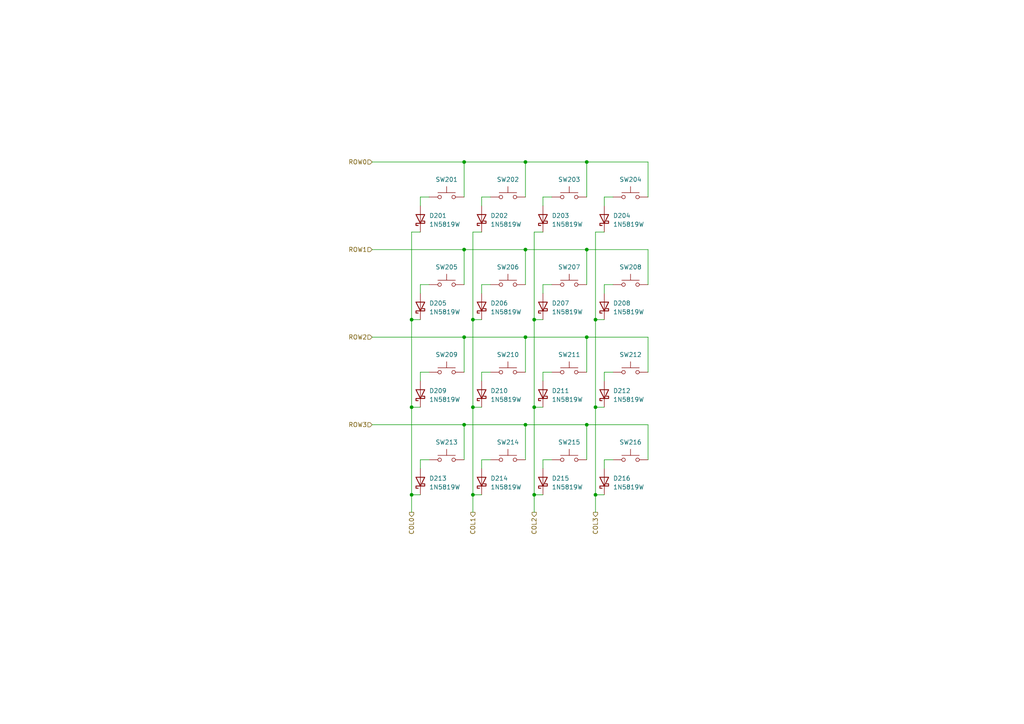
<source format=kicad_sch>
(kicad_sch (version 20231120) (generator "eeschema") (generator_version "8.0")
  (paper "A4")
  (title_block (title "DMX Controller") (rev "A") (company "Hinkle Inc."))
  (lib_symbols
    (symbol "Device:D_Schottky" (pin_numbers hide) (pin_names (offset 1.016) hide)
      (property "Reference" "D" (at 0 2.54 0))
      (property "Value" "D_Schottky" (at 0 -2.54 0))
      (symbol "D_Schottky_0_1"
        (polyline (pts (xy 1.27 0) (xy -1.27 0)))
        (polyline (pts (xy 1.27 1.27) (xy 1.27 -1.27) (xy -1.27 0) (xy 1.27 1.27)) (stroke (width 0.254)))
        (polyline (pts (xy -1.905 0.635) (xy -1.905 1.27) (xy -1.27 1.27) (xy -1.27 -1.27) (xy -0.635 -1.27) (xy -0.635 -0.635)) (stroke (width 0.254)))
      )
      (symbol "D_Schottky_1_1"
        (pin passive line (at -3.81 0 0) (length 2.54) (name "K") (number "1"))
        (pin passive line (at 3.81 0 180) (length 2.54) (name "A") (number "2"))
      )
    )
    (symbol "Switch:SW_Push" (pin_numbers hide) (pin_names (offset 1.016) hide)
      (property "Reference" "SW" (at 1.27 2.54 0))
      (property "Value" "SW_Push" (at 0 -1.524 0))
      (symbol "SW_Push_0_1"
        (circle (center -2.032 0) (radius 0.508))
        (polyline (pts (xy 0 1.27) (xy 0 3.048)))
        (polyline (pts (xy 2.54 1.27) (xy -2.54 1.27)))
        (circle (center 2.032 0) (radius 0.508))
        (pin passive line (at -5.08 0 0) (length 2.54) (name "1") (number "1"))
        (pin passive line (at 5.08 0 180) (length 2.54) (name "2") (number "2"))
      )
    )
  )
  (junction (at 134.62 72.39))
  (junction (at 137.16 143.51))
  (junction (at 134.62 123.19))
  (junction (at 172.72 118.11))
  (junction (at 134.62 97.79))
  (junction (at 152.4 97.79))
  (junction (at 172.72 143.51))
  (junction (at 170.18 72.39))
  (junction (at 154.94 118.11))
  (junction (at 137.16 92.71))
  (junction (at 152.4 123.19))
  (junction (at 154.94 92.71))
  (junction (at 170.18 97.79))
  (junction (at 172.72 92.71))
  (junction (at 152.4 72.39))
  (junction (at 154.94 143.51))
  (junction (at 119.38 92.71))
  (junction (at 170.18 123.19))
  (junction (at 170.18 46.99))
  (junction (at 152.4 46.99))
  (junction (at 119.38 118.11))
  (junction (at 119.38 143.51))
  (junction (at 137.16 118.11))
  (junction (at 134.62 46.99))
  (wire (pts (xy 119.38 67.31) (xy 119.38 92.71)))
  (wire (pts (xy 175.26 57.15) (xy 175.26 59.69)))
  (wire (pts (xy 139.7 82.55) (xy 139.7 85.09)))
  (wire (pts (xy 152.4 46.99) (xy 152.4 57.15)))
  (wire (pts (xy 170.18 107.95) (xy 170.18 97.79)))
  (wire (pts (xy 172.72 143.51) (xy 175.26 143.51)))
  (wire (pts (xy 170.18 133.35) (xy 170.18 123.19)))
  (wire (pts (xy 177.8 57.15) (xy 175.26 57.15)))
  (wire (pts (xy 177.8 133.35) (xy 175.26 133.35)))
  (wire (pts (xy 124.46 107.95) (xy 121.92 107.95)))
  (wire (pts (xy 121.92 107.95) (xy 121.92 110.49)))
  (wire (pts (xy 119.38 143.51) (xy 119.38 118.11)))
  (wire (pts (xy 137.16 148.59) (xy 137.16 143.51)))
  (wire (pts (xy 119.38 118.11) (xy 121.92 118.11)))
  (wire (pts (xy 175.26 67.31) (xy 172.72 67.31)))
  (wire (pts (xy 107.95 46.99) (xy 134.62 46.99)))
  (wire (pts (xy 119.38 92.71) (xy 119.38 118.11)))
  (wire (pts (xy 160.02 133.35) (xy 157.48 133.35)))
  (wire (pts (xy 170.18 97.79) (xy 187.96 97.79)))
  (wire (pts (xy 139.7 133.35) (xy 139.7 135.89)))
  (wire (pts (xy 152.4 72.39) (xy 152.4 82.55)))
  (wire (pts (xy 187.96 57.15) (xy 187.96 46.99)))
  (wire (pts (xy 121.92 133.35) (xy 121.92 135.89)))
  (wire (pts (xy 160.02 57.15) (xy 157.48 57.15)))
  (wire (pts (xy 157.48 107.95) (xy 157.48 110.49)))
  (wire (pts (xy 154.94 118.11) (xy 157.48 118.11)))
  (wire (pts (xy 134.62 123.19) (xy 152.4 123.19)))
  (wire (pts (xy 139.7 107.95) (xy 139.7 110.49)))
  (wire (pts (xy 121.92 92.71) (xy 119.38 92.71)))
  (wire (pts (xy 142.24 57.15) (xy 139.7 57.15)))
  (wire (pts (xy 107.95 123.19) (xy 134.62 123.19)))
  (wire (pts (xy 134.62 72.39) (xy 134.62 82.55)))
  (wire (pts (xy 175.26 107.95) (xy 175.26 110.49)))
  (wire (pts (xy 152.4 123.19) (xy 152.4 133.35)))
  (wire (pts (xy 170.18 123.19) (xy 152.4 123.19)))
  (wire (pts (xy 175.26 133.35) (xy 175.26 135.89)))
  (wire (pts (xy 154.94 67.31) (xy 154.94 92.71)))
  (wire (pts (xy 187.96 82.55) (xy 187.96 72.39)))
  (wire (pts (xy 187.96 133.35) (xy 187.96 123.19)))
  (wire (pts (xy 170.18 57.15) (xy 170.18 46.99)))
  (wire (pts (xy 172.72 148.59) (xy 172.72 143.51)))
  (wire (pts (xy 177.8 107.95) (xy 175.26 107.95)))
  (wire (pts (xy 175.26 82.55) (xy 175.26 85.09)))
  (wire (pts (xy 170.18 72.39) (xy 152.4 72.39)))
  (wire (pts (xy 154.94 143.51) (xy 157.48 143.51)))
  (wire (pts (xy 187.96 107.95) (xy 187.96 97.79)))
  (wire (pts (xy 170.18 123.19) (xy 187.96 123.19)))
  (wire (pts (xy 139.7 57.15) (xy 139.7 59.69)))
  (wire (pts (xy 172.72 67.31) (xy 172.72 92.71)))
  (wire (pts (xy 134.62 72.39) (xy 152.4 72.39)))
  (wire (pts (xy 157.48 67.31) (xy 154.94 67.31)))
  (wire (pts (xy 134.62 46.99) (xy 134.62 57.15)))
  (wire (pts (xy 154.94 92.71) (xy 154.94 118.11)))
  (wire (pts (xy 121.92 57.15) (xy 121.92 59.69)))
  (wire (pts (xy 119.38 143.51) (xy 121.92 143.51)))
  (wire (pts (xy 137.16 67.31) (xy 137.16 92.71)))
  (wire (pts (xy 107.95 72.39) (xy 134.62 72.39)))
  (wire (pts (xy 154.94 148.59) (xy 154.94 143.51)))
  (wire (pts (xy 157.48 82.55) (xy 157.48 85.09)))
  (wire (pts (xy 124.46 133.35) (xy 121.92 133.35)))
  (wire (pts (xy 157.48 133.35) (xy 157.48 135.89)))
  (wire (pts (xy 157.48 92.71) (xy 154.94 92.71)))
  (wire (pts (xy 121.92 67.31) (xy 119.38 67.31)))
  (wire (pts (xy 134.62 123.19) (xy 134.62 133.35)))
  (wire (pts (xy 170.18 72.39) (xy 187.96 72.39)))
  (wire (pts (xy 142.24 82.55) (xy 139.7 82.55)))
  (wire (pts (xy 172.72 92.71) (xy 172.72 118.11)))
  (wire (pts (xy 160.02 107.95) (xy 157.48 107.95)))
  (wire (pts (xy 154.94 143.51) (xy 154.94 118.11)))
  (wire (pts (xy 119.38 148.59) (xy 119.38 143.51)))
  (wire (pts (xy 170.18 97.79) (xy 152.4 97.79)))
  (wire (pts (xy 172.72 143.51) (xy 172.72 118.11)))
  (wire (pts (xy 124.46 82.55) (xy 121.92 82.55)))
  (wire (pts (xy 142.24 133.35) (xy 139.7 133.35)))
  (wire (pts (xy 175.26 92.71) (xy 172.72 92.71)))
  (wire (pts (xy 139.7 67.31) (xy 137.16 67.31)))
  (wire (pts (xy 137.16 143.51) (xy 137.16 118.11)))
  (wire (pts (xy 152.4 97.79) (xy 152.4 107.95)))
  (wire (pts (xy 137.16 92.71) (xy 137.16 118.11)))
  (wire (pts (xy 137.16 118.11) (xy 139.7 118.11)))
  (wire (pts (xy 121.92 82.55) (xy 121.92 85.09)))
  (wire (pts (xy 170.18 46.99) (xy 187.96 46.99)))
  (wire (pts (xy 124.46 57.15) (xy 121.92 57.15)))
  (wire (pts (xy 134.62 97.79) (xy 152.4 97.79)))
  (wire (pts (xy 170.18 46.99) (xy 152.4 46.99)))
  (wire (pts (xy 172.72 118.11) (xy 175.26 118.11)))
  (wire (pts (xy 142.24 107.95) (xy 139.7 107.95)))
  (wire (pts (xy 139.7 92.71) (xy 137.16 92.71)))
  (wire (pts (xy 107.95 97.79) (xy 134.62 97.79)))
  (wire (pts (xy 170.18 82.55) (xy 170.18 72.39)))
  (wire (pts (xy 160.02 82.55) (xy 157.48 82.55)))
  (wire (pts (xy 137.16 143.51) (xy 139.7 143.51)))
  (wire (pts (xy 134.62 46.99) (xy 152.4 46.99)))
  (wire (pts (xy 134.62 97.79) (xy 134.62 107.95)))
  (wire (pts (xy 177.8 82.55) (xy 175.26 82.55)))
  (wire (pts (xy 157.48 57.15) (xy 157.48 59.69)))
  (hierarchical_label "ROW3" (shape input) (at 107.95 123.19 180))
  (hierarchical_label "COL1" (shape output) (at 137.16 148.59 270))
  (hierarchical_label "ROW1" (shape input) (at 107.95 72.39 180))
  (hierarchical_label "COL2" (shape output) (at 154.94 148.59 270))
  (hierarchical_label "ROW2" (shape input) (at 107.95 97.79 180))
  (hierarchical_label "ROW0" (shape input) (at 107.95 46.99 180))
  (hierarchical_label "COL3" (shape output) (at 172.72 148.59 270))
  (hierarchical_label "COL0" (shape output) (at 119.38 148.59 270))
  (symbol (lib_id "Device:D_Schottky") (at 121.92 63.5 90) (unit 1)
    (property "Reference" "D201" (at 124.46 62.5474 90) (effects (justify right)))
    (property "Value" "1N5819W" (at 124.46 65.0874 90) (effects (justify right)))
    (property "Footprint" "Diode_SMD:D_SOD-123F" (effects (hide yes)))
    (property "Datasheet" "https://www.smc-diodes.com/propdf/1N5817W%20THRU%201N5819W%20N1756%20REV.A.pdf" (effects (hide yes)))
    (property "Description" "Schottky diode" (effects (hide yes)))
  )
  (symbol (lib_id "Device:D_Schottky") (at 139.7 139.7 90) (unit 1)
    (property "Reference" "D214" (at 142.24 138.7474 90) (effects (justify right)))
    (property "Value" "1N5819W" (at 142.24 141.2874 90) (effects (justify right)))
    (property "Footprint" "Diode_SMD:D_SOD-123F" (effects (hide yes)))
    (property "Datasheet" "https://www.smc-diodes.com/propdf/1N5817W%20THRU%201N5819W%20N1756%20REV.A.pdf" (effects (hide yes)))
    (property "Description" "Schottky diode" (effects (hide yes)))
  )
  (symbol (lib_id "Switch:SW_Push") (at 182.88 107.95 0) (unit 1)
    (property "Reference" "SW212" (at 182.88 102.87 0))
    (property "Value" "SW_Push" (effects (hide yes)))
    (property "Footprint" "PCM_Switch_Keyboard_Cherry_MX:SW_Cherry_MX_PCB_1.00u" (effects (hide yes)))
    (property "Description" "Push button switch, generic, two pins" (effects (hide yes)))
  )
  (symbol (lib_id "Switch:SW_Push") (at 165.1 107.95 0) (unit 1)
    (property "Reference" "SW211" (at 165.1 102.87 0))
    (property "Value" "SW_Push" (effects (hide yes)))
    (property "Footprint" "PCM_Switch_Keyboard_Cherry_MX:SW_Cherry_MX_PCB_1.00u" (effects (hide yes)))
    (property "Description" "Push button switch, generic, two pins" (effects (hide yes)))
  )
  (symbol (lib_id "Device:D_Schottky") (at 139.7 88.9 90) (unit 1)
    (property "Reference" "D206" (at 142.24 87.9474 90) (effects (justify right)))
    (property "Value" "1N5819W" (at 142.24 90.4874 90) (effects (justify right)))
    (property "Footprint" "Diode_SMD:D_SOD-123F" (effects (hide yes)))
    (property "Datasheet" "https://www.smc-diodes.com/propdf/1N5817W%20THRU%201N5819W%20N1756%20REV.A.pdf" (effects (hide yes)))
    (property "Description" "Schottky diode" (effects (hide yes)))
  )
  (symbol (lib_id "Switch:SW_Push") (at 129.54 107.95 0) (unit 1)
    (property "Reference" "SW209" (at 129.54 102.87 0))
    (property "Value" "SW_Push" (effects (hide yes)))
    (property "Footprint" "PCM_Switch_Keyboard_Cherry_MX:SW_Cherry_MX_PCB_1.00u" (effects (hide yes)))
    (property "Description" "Push button switch, generic, two pins" (effects (hide yes)))
  )
  (symbol (lib_id "Device:D_Schottky") (at 121.92 114.3 90) (unit 1)
    (property "Reference" "D209" (at 124.46 113.3474 90) (effects (justify right)))
    (property "Value" "1N5819W" (at 124.46 115.8874 90) (effects (justify right)))
    (property "Footprint" "Diode_SMD:D_SOD-123F" (effects (hide yes)))
    (property "Datasheet" "https://www.smc-diodes.com/propdf/1N5817W%20THRU%201N5819W%20N1756%20REV.A.pdf" (effects (hide yes)))
    (property "Description" "Schottky diode" (effects (hide yes)))
  )
  (symbol (lib_id "Switch:SW_Push") (at 147.32 82.55 0) (unit 1)
    (property "Reference" "SW206" (at 147.32 77.47 0))
    (property "Value" "SW_Push" (effects (hide yes)))
    (property "Footprint" "PCM_Switch_Keyboard_Cherry_MX:SW_Cherry_MX_PCB_1.00u" (effects (hide yes)))
    (property "Description" "Push button switch, generic, two pins" (effects (hide yes)))
  )
  (symbol (lib_id "Device:D_Schottky") (at 175.26 63.5 90) (unit 1)
    (property "Reference" "D204" (at 177.8 62.5474 90) (effects (justify right)))
    (property "Value" "1N5819W" (at 177.8 65.0874 90) (effects (justify right)))
    (property "Footprint" "Diode_SMD:D_SOD-123F" (effects (hide yes)))
    (property "Datasheet" "https://www.smc-diodes.com/propdf/1N5817W%20THRU%201N5819W%20N1756%20REV.A.pdf" (effects (hide yes)))
    (property "Description" "Schottky diode" (effects (hide yes)))
  )
  (symbol (lib_id "Device:D_Schottky") (at 139.7 114.3 90) (unit 1)
    (property "Reference" "D210" (at 142.24 113.3474 90) (effects (justify right)))
    (property "Value" "1N5819W" (at 142.24 115.8874 90) (effects (justify right)))
    (property "Footprint" "Diode_SMD:D_SOD-123F" (effects (hide yes)))
    (property "Datasheet" "https://www.smc-diodes.com/propdf/1N5817W%20THRU%201N5819W%20N1756%20REV.A.pdf" (effects (hide yes)))
    (property "Description" "Schottky diode" (effects (hide yes)))
  )
  (symbol (lib_id "Device:D_Schottky") (at 157.48 63.5 90) (unit 1)
    (property "Reference" "D203" (at 160.02 62.5474 90) (effects (justify right)))
    (property "Value" "1N5819W" (at 160.02 65.0874 90) (effects (justify right)))
    (property "Footprint" "Diode_SMD:D_SOD-123F" (effects (hide yes)))
    (property "Datasheet" "https://www.smc-diodes.com/propdf/1N5817W%20THRU%201N5819W%20N1756%20REV.A.pdf" (effects (hide yes)))
    (property "Description" "Schottky diode" (effects (hide yes)))
  )
  (symbol (lib_id "Switch:SW_Push") (at 147.32 133.35 0) (unit 1)
    (property "Reference" "SW214" (at 147.32 128.27 0))
    (property "Value" "SW_Push" (effects (hide yes)))
    (property "Footprint" "PCM_Switch_Keyboard_Cherry_MX:SW_Cherry_MX_PCB_1.00u" (effects (hide yes)))
    (property "Description" "Push button switch, generic, two pins" (effects (hide yes)))
  )
  (symbol (lib_id "Switch:SW_Push") (at 165.1 57.15 0) (unit 1)
    (property "Reference" "SW203" (at 165.1 52.07 0))
    (property "Value" "SW_Push" (effects (hide yes)))
    (property "Footprint" "PCM_Switch_Keyboard_Cherry_MX:SW_Cherry_MX_PCB_1.00u" (effects (hide yes)))
    (property "Description" "Push button switch, generic, two pins" (effects (hide yes)))
  )
  (symbol (lib_id "Device:D_Schottky") (at 157.48 139.7 90) (unit 1)
    (property "Reference" "D215" (at 160.02 138.7474 90) (effects (justify right)))
    (property "Value" "1N5819W" (at 160.02 141.2874 90) (effects (justify right)))
    (property "Footprint" "Diode_SMD:D_SOD-123F" (effects (hide yes)))
    (property "Datasheet" "https://www.smc-diodes.com/propdf/1N5817W%20THRU%201N5819W%20N1756%20REV.A.pdf" (effects (hide yes)))
    (property "Description" "Schottky diode" (effects (hide yes)))
  )
  (symbol (lib_id "Device:D_Schottky") (at 139.7 63.5 90) (unit 1)
    (property "Reference" "D202" (at 142.24 62.5474 90) (effects (justify right)))
    (property "Value" "1N5819W" (at 142.24 65.0874 90) (effects (justify right)))
    (property "Footprint" "Diode_SMD:D_SOD-123F" (effects (hide yes)))
    (property "Datasheet" "https://www.smc-diodes.com/propdf/1N5817W%20THRU%201N5819W%20N1756%20REV.A.pdf" (effects (hide yes)))
    (property "Description" "Schottky diode" (effects (hide yes)))
  )
  (symbol (lib_id "Switch:SW_Push") (at 165.1 82.55 0) (unit 1)
    (property "Reference" "SW207" (at 165.1 77.47 0))
    (property "Value" "SW_Push" (effects (hide yes)))
    (property "Footprint" "PCM_Switch_Keyboard_Cherry_MX:SW_Cherry_MX_PCB_1.00u" (effects (hide yes)))
    (property "Description" "Push button switch, generic, two pins" (effects (hide yes)))
  )
  (symbol (lib_id "Switch:SW_Push") (at 165.1 133.35 0) (unit 1)
    (property "Reference" "SW215" (at 165.1 128.27 0))
    (property "Value" "SW_Push" (effects (hide yes)))
    (property "Footprint" "PCM_Switch_Keyboard_Cherry_MX:SW_Cherry_MX_PCB_1.00u" (effects (hide yes)))
    (property "Description" "Push button switch, generic, two pins" (effects (hide yes)))
  )
  (symbol (lib_id "Device:D_Schottky") (at 121.92 139.7 90) (unit 1)
    (property "Reference" "D213" (at 124.46 138.7474 90) (effects (justify right)))
    (property "Value" "1N5819W" (at 124.46 141.2874 90) (effects (justify right)))
    (property "Footprint" "Diode_SMD:D_SOD-123F" (effects (hide yes)))
    (property "Datasheet" "https://www.smc-diodes.com/propdf/1N5817W%20THRU%201N5819W%20N1756%20REV.A.pdf" (effects (hide yes)))
    (property "Description" "Schottky diode" (effects (hide yes)))
  )
  (symbol (lib_id "Switch:SW_Push") (at 182.88 57.15 0) (unit 1)
    (property "Reference" "SW204" (at 182.88 52.07 0))
    (property "Value" "SW_Push" (effects (hide yes)))
    (property "Footprint" "PCM_Switch_Keyboard_Cherry_MX:SW_Cherry_MX_PCB_1.00u" (effects (hide yes)))
    (property "Description" "Push button switch, generic, two pins" (effects (hide yes)))
  )
  (symbol (lib_id "Device:D_Schottky") (at 175.26 139.7 90) (unit 1)
    (property "Reference" "D216" (at 177.8 138.7474 90) (effects (justify right)))
    (property "Value" "1N5819W" (at 177.8 141.2874 90) (effects (justify right)))
    (property "Footprint" "Diode_SMD:D_SOD-123F" (effects (hide yes)))
    (property "Datasheet" "https://www.smc-diodes.com/propdf/1N5817W%20THRU%201N5819W%20N1756%20REV.A.pdf" (effects (hide yes)))
    (property "Description" "Schottky diode" (effects (hide yes)))
  )
  (symbol (lib_id "Device:D_Schottky") (at 157.48 88.9 90) (unit 1)
    (property "Reference" "D207" (at 160.02 87.9474 90) (effects (justify right)))
    (property "Value" "1N5819W" (at 160.02 90.4874 90) (effects (justify right)))
    (property "Footprint" "Diode_SMD:D_SOD-123F" (effects (hide yes)))
    (property "Datasheet" "https://www.smc-diodes.com/propdf/1N5817W%20THRU%201N5819W%20N1756%20REV.A.pdf" (effects (hide yes)))
    (property "Description" "Schottky diode" (effects (hide yes)))
  )
  (symbol (lib_id "Switch:SW_Push") (at 182.88 133.35 0) (unit 1)
    (property "Reference" "SW216" (at 182.88 128.27 0))
    (property "Value" "SW_Push" (effects (hide yes)))
    (property "Footprint" "PCM_Switch_Keyboard_Cherry_MX:SW_Cherry_MX_PCB_1.00u" (effects (hide yes)))
    (property "Description" "Push button switch, generic, two pins" (effects (hide yes)))
  )
  (symbol (lib_id "Switch:SW_Push") (at 129.54 133.35 0) (unit 1)
    (property "Reference" "SW213" (at 129.54 128.27 0))
    (property "Value" "SW_Push" (effects (hide yes)))
    (property "Footprint" "PCM_Switch_Keyboard_Cherry_MX:SW_Cherry_MX_PCB_1.00u" (effects (hide yes)))
    (property "Description" "Push button switch, generic, two pins" (effects (hide yes)))
  )
  (symbol (lib_id "Device:D_Schottky") (at 175.26 114.3 90) (unit 1)
    (property "Reference" "D212" (at 177.8 113.3474 90) (effects (justify right)))
    (property "Value" "1N5819W" (at 177.8 115.8874 90) (effects (justify right)))
    (property "Footprint" "Diode_SMD:D_SOD-123F" (effects (hide yes)))
    (property "Datasheet" "https://www.smc-diodes.com/propdf/1N5817W%20THRU%201N5819W%20N1756%20REV.A.pdf" (effects (hide yes)))
    (property "Description" "Schottky diode" (effects (hide yes)))
  )
  (symbol (lib_id "Switch:SW_Push") (at 147.32 57.15 0) (unit 1)
    (property "Reference" "SW202" (at 147.32 52.07 0))
    (property "Value" "SW_Push" (effects (hide yes)))
    (property "Footprint" "PCM_Switch_Keyboard_Cherry_MX:SW_Cherry_MX_PCB_1.00u" (effects (hide yes)))
    (property "Description" "Push button switch, generic, two pins" (effects (hide yes)))
  )
  (symbol (lib_id "Device:D_Schottky") (at 157.48 114.3 90) (unit 1)
    (property "Reference" "D211" (at 160.02 113.3474 90) (effects (justify right)))
    (property "Value" "1N5819W" (at 160.02 115.8874 90) (effects (justify right)))
    (property "Footprint" "Diode_SMD:D_SOD-123F" (effects (hide yes)))
    (property "Datasheet" "https://www.smc-diodes.com/propdf/1N5817W%20THRU%201N5819W%20N1756%20REV.A.pdf" (effects (hide yes)))
    (property "Description" "Schottky diode" (effects (hide yes)))
  )
  (symbol (lib_id "Switch:SW_Push") (at 129.54 82.55 0) (unit 1)
    (property "Reference" "SW205" (at 129.54 77.47 0))
    (property "Value" "SW_Push" (effects (hide yes)))
    (property "Footprint" "PCM_Switch_Keyboard_Cherry_MX:SW_Cherry_MX_PCB_1.00u" (effects (hide yes)))
    (property "Description" "Push button switch, generic, two pins" (effects (hide yes)))
  )
  (symbol (lib_id "Switch:SW_Push") (at 182.88 82.55 0) (unit 1)
    (property "Reference" "SW208" (at 182.88 77.47 0))
    (property "Value" "SW_Push" (effects (hide yes)))
    (property "Footprint" "PCM_Switch_Keyboard_Cherry_MX:SW_Cherry_MX_PCB_1.00u" (effects (hide yes)))
    (property "Description" "Push button switch, generic, two pins" (effects (hide yes)))
  )
  (symbol (lib_id "Device:D_Schottky") (at 175.26 88.9 90) (unit 1)
    (property "Reference" "D208" (at 177.8 87.9474 90) (effects (justify right)))
    (property "Value" "1N5819W" (at 177.8 90.4874 90) (effects (justify right)))
    (property "Footprint" "Diode_SMD:D_SOD-123F" (effects (hide yes)))
    (property "Datasheet" "https://www.smc-diodes.com/propdf/1N5817W%20THRU%201N5819W%20N1756%20REV.A.pdf" (effects (hide yes)))
    (property "Description" "Schottky diode" (effects (hide yes)))
  )
  (symbol (lib_id "Device:D_Schottky") (at 121.92 88.9 90) (unit 1)
    (property "Reference" "D205" (at 124.46 87.9474 90) (effects (justify right)))
    (property "Value" "1N5819W" (at 124.46 90.4874 90) (effects (justify right)))
    (property "Footprint" "Diode_SMD:D_SOD-123F" (effects (hide yes)))
    (property "Datasheet" "https://www.smc-diodes.com/propdf/1N5817W%20THRU%201N5819W%20N1756%20REV.A.pdf" (effects (hide yes)))
    (property "Description" "Schottky diode" (effects (hide yes)))
  )
  (symbol (lib_id "Switch:SW_Push") (at 147.32 107.95 0) (unit 1)
    (property "Reference" "SW210" (at 147.32 102.87 0))
    (property "Value" "SW_Push" (effects (hide yes)))
    (property "Footprint" "PCM_Switch_Keyboard_Cherry_MX:SW_Cherry_MX_PCB_1.00u" (effects (hide yes)))
    (property "Description" "Push button switch, generic, two pins" (effects (hide yes)))
  )
  (symbol (lib_id "Switch:SW_Push") (at 129.54 57.15 0) (unit 1)
    (property "Reference" "SW201" (at 129.54 52.07 0))
    (property "Value" "SW_Push" (effects (hide yes)))
    (property "Footprint" "PCM_Switch_Keyboard_Cherry_MX:SW_Cherry_MX_PCB_1.00u" (effects (hide yes)))
    (property "Description" "Push button switch, generic, two pins" (effects (hide yes)))
  )
)
</source>
